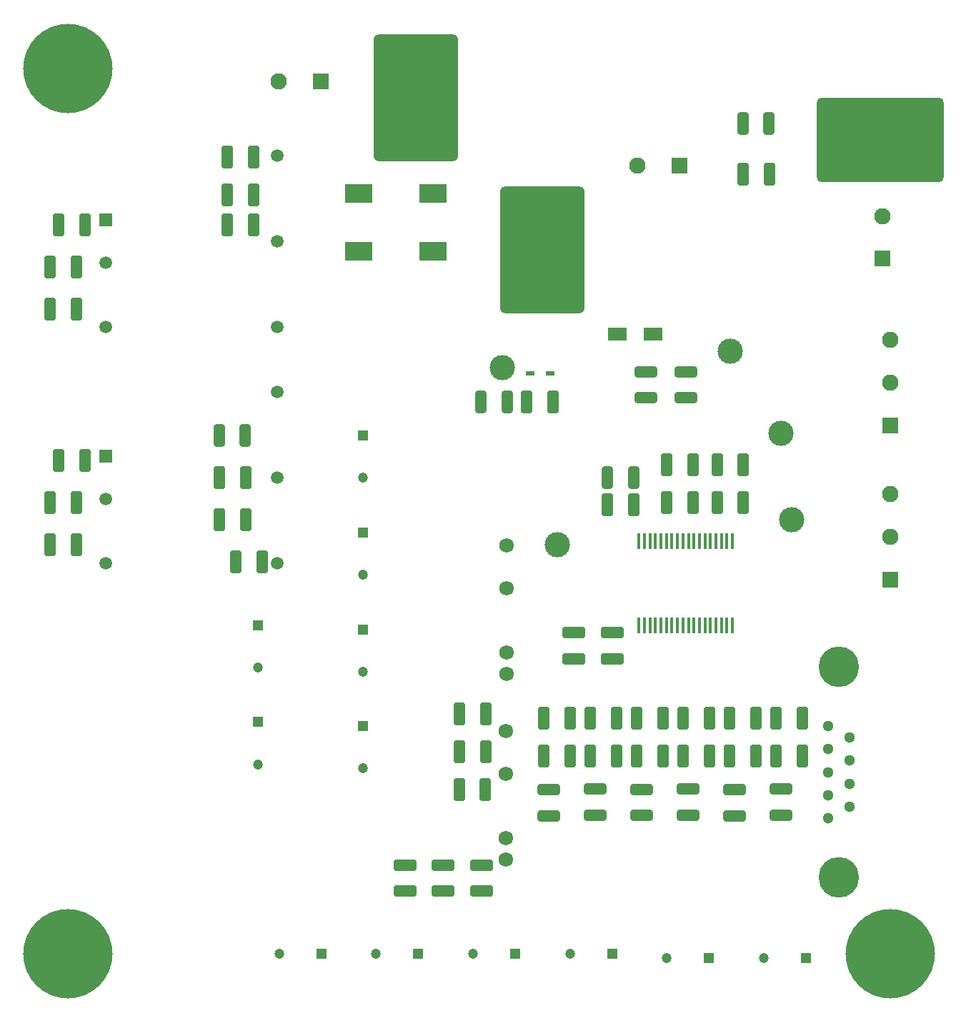
<source format=gbr>
%TF.GenerationSoftware,KiCad,Pcbnew,9.0.0*%
%TF.CreationDate,2025-04-28T14:21:01-07:00*%
%TF.ProjectId,GateDriver,47617465-4472-4697-9665-722e6b696361,rev?*%
%TF.SameCoordinates,Original*%
%TF.FileFunction,Soldermask,Top*%
%TF.FilePolarity,Negative*%
%FSLAX46Y46*%
G04 Gerber Fmt 4.6, Leading zero omitted, Abs format (unit mm)*
G04 Created by KiCad (PCBNEW 9.0.0) date 2025-04-28 14:21:01*
%MOMM*%
%LPD*%
G01*
G04 APERTURE LIST*
G04 Aperture macros list*
%AMRoundRect*
0 Rectangle with rounded corners*
0 $1 Rounding radius*
0 $2 $3 $4 $5 $6 $7 $8 $9 X,Y pos of 4 corners*
0 Add a 4 corners polygon primitive as box body*
4,1,4,$2,$3,$4,$5,$6,$7,$8,$9,$2,$3,0*
0 Add four circle primitives for the rounded corners*
1,1,$1+$1,$2,$3*
1,1,$1+$1,$4,$5*
1,1,$1+$1,$6,$7*
1,1,$1+$1,$8,$9*
0 Add four rect primitives between the rounded corners*
20,1,$1+$1,$2,$3,$4,$5,0*
20,1,$1+$1,$4,$5,$6,$7,0*
20,1,$1+$1,$6,$7,$8,$9,0*
20,1,$1+$1,$8,$9,$2,$3,0*%
G04 Aperture macros list end*
%ADD10RoundRect,0.250000X0.412500X1.100000X-0.412500X1.100000X-0.412500X-1.100000X0.412500X-1.100000X0*%
%ADD11C,10.600000*%
%ADD12RoundRect,0.500000X4.500000X7.000000X-4.500000X7.000000X-4.500000X-7.000000X4.500000X-7.000000X0*%
%ADD13RoundRect,0.500000X7.000000X-4.500000X7.000000X4.500000X-7.000000X4.500000X-7.000000X-4.500000X0*%
%ADD14RoundRect,0.250000X1.100000X-0.412500X1.100000X0.412500X-1.100000X0.412500X-1.100000X-0.412500X0*%
%ADD15RoundRect,0.250000X-0.412500X-1.100000X0.412500X-1.100000X0.412500X1.100000X-0.412500X1.100000X0*%
%ADD16R,1.950000X1.950000*%
%ADD17C,1.950000*%
%ADD18RoundRect,0.250000X0.400000X1.075000X-0.400000X1.075000X-0.400000X-1.075000X0.400000X-1.075000X0*%
%ADD19RoundRect,0.250000X1.075000X-0.400000X1.075000X0.400000X-1.075000X0.400000X-1.075000X-0.400000X0*%
%ADD20R,2.300000X1.550000*%
%ADD21RoundRect,0.250000X-1.100000X0.412500X-1.100000X-0.412500X1.100000X-0.412500X1.100000X0.412500X0*%
%ADD22R,3.200000X2.250000*%
%ADD23RoundRect,0.250000X-1.075000X0.400000X-1.075000X-0.400000X1.075000X-0.400000X1.075000X0.400000X0*%
%ADD24C,3.000000*%
%ADD25R,0.449999X1.849999*%
%ADD26R,1.075000X0.500000*%
%ADD27R,1.200000X1.200000*%
%ADD28C,1.200000*%
%ADD29C,1.725000*%
%ADD30C,1.300000*%
%ADD31C,4.800000*%
%ADD32R,1.500000X1.500000*%
%ADD33C,1.500000*%
G04 APERTURE END LIST*
D10*
%TO.C,C66*%
X164062500Y-124500000D03*
X160937500Y-124500000D03*
%TD*%
D11*
%TO.C,H4*%
X82500000Y-152500000D03*
%TD*%
D12*
%TO.C,Q1*%
X123750000Y-51000000D03*
X138750000Y-69000000D03*
D13*
X178750000Y-56000000D03*
%TD*%
D14*
%TO.C,C29*%
X127000000Y-145062500D03*
X127000000Y-141937500D03*
%TD*%
D11*
%TO.C,H6*%
X82500000Y-47500000D03*
%TD*%
D10*
%TO.C,C67*%
X158562500Y-124500000D03*
X155437500Y-124500000D03*
%TD*%
%TO.C,C31*%
X132062500Y-124000000D03*
X128937500Y-124000000D03*
%TD*%
D15*
%TO.C,C35*%
X80437500Y-71000000D03*
X83562500Y-71000000D03*
%TD*%
D16*
%TO.C,J1*%
X180000000Y-108080000D03*
D17*
X180000000Y-103000000D03*
X180000000Y-97920000D03*
%TD*%
D16*
%TO.C,J5*%
X179000000Y-70000000D03*
D17*
X179000000Y-65000000D03*
%TD*%
D18*
%TO.C,R45*%
X149550000Y-96000000D03*
X146450000Y-96000000D03*
%TD*%
D16*
%TO.C,J6*%
X155000000Y-59000000D03*
D17*
X150000000Y-59000000D03*
%TD*%
D19*
%TO.C,R30*%
X167000000Y-136050000D03*
X167000000Y-132950000D03*
%TD*%
D11*
%TO.C,H5*%
X180000000Y-152500000D03*
%TD*%
D15*
%TO.C,C34*%
X80437500Y-76000000D03*
X83562500Y-76000000D03*
%TD*%
D10*
%TO.C,C68*%
X153062500Y-124500000D03*
X149937500Y-124500000D03*
%TD*%
D15*
%TO.C,C45*%
X101437500Y-58000000D03*
X104562500Y-58000000D03*
%TD*%
D10*
%TO.C,C52*%
X105562500Y-106000000D03*
X102437500Y-106000000D03*
%TD*%
D18*
%TO.C,R44*%
X165600000Y-54000000D03*
X162500000Y-54000000D03*
%TD*%
D10*
%TO.C,C65*%
X169562500Y-124500000D03*
X166437500Y-124500000D03*
%TD*%
D15*
%TO.C,C44*%
X101437500Y-62500000D03*
X104562500Y-62500000D03*
%TD*%
D19*
%TO.C,R28*%
X156000000Y-136050000D03*
X156000000Y-132950000D03*
%TD*%
D10*
%TO.C,C53*%
X103562500Y-101000000D03*
X100437500Y-101000000D03*
%TD*%
D20*
%TO.C,D13*%
X151900000Y-79000000D03*
X147600000Y-79000000D03*
%TD*%
D15*
%TO.C,C85*%
X146437500Y-99250000D03*
X149562500Y-99250000D03*
%TD*%
D19*
%TO.C,R27*%
X150500000Y-136062500D03*
X150500000Y-132962500D03*
%TD*%
D21*
%TO.C,C20*%
X142500000Y-114375000D03*
X142500000Y-117500000D03*
%TD*%
D22*
%TO.C,D1*%
X117000000Y-62300000D03*
X117000000Y-69200000D03*
%TD*%
D10*
%TO.C,C32*%
X132000000Y-133000000D03*
X128875000Y-133000000D03*
%TD*%
%TO.C,C69*%
X147562500Y-124500000D03*
X144437500Y-124500000D03*
%TD*%
D14*
%TO.C,C28*%
X122500000Y-145062500D03*
X122500000Y-141937500D03*
%TD*%
D23*
%TO.C,R47*%
X151000000Y-83450000D03*
X151000000Y-86550000D03*
%TD*%
D15*
%TO.C,C83*%
X162500000Y-60000000D03*
X165625000Y-60000000D03*
%TD*%
%TO.C,C43*%
X101437500Y-66000000D03*
X104562500Y-66000000D03*
%TD*%
%TO.C,C36*%
X81437500Y-66000000D03*
X84562500Y-66000000D03*
%TD*%
D10*
%TO.C,C76*%
X142062500Y-129000000D03*
X138937500Y-129000000D03*
%TD*%
D24*
%TO.C,TP5*%
X167000000Y-90750000D03*
%TD*%
D15*
%TO.C,C51*%
X81437500Y-94000000D03*
X84562500Y-94000000D03*
%TD*%
D21*
%TO.C,C64*%
X147000000Y-114375000D03*
X147000000Y-117500000D03*
%TD*%
D15*
%TO.C,C80*%
X153437500Y-99000000D03*
X156562500Y-99000000D03*
%TD*%
D18*
%TO.C,R46*%
X134550000Y-87000000D03*
X131450000Y-87000000D03*
%TD*%
D10*
%TO.C,C71*%
X169562500Y-129000000D03*
X166437500Y-129000000D03*
%TD*%
%TO.C,C70*%
X142062500Y-124500000D03*
X138937500Y-124500000D03*
%TD*%
D22*
%TO.C,D2*%
X125750000Y-62300000D03*
X125750000Y-69200000D03*
%TD*%
D24*
%TO.C,TP7*%
X161000000Y-81000000D03*
%TD*%
D19*
%TO.C,R25*%
X139500000Y-136112500D03*
X139500000Y-133012500D03*
%TD*%
D14*
%TO.C,C30*%
X131500000Y-145062500D03*
X131500000Y-141937500D03*
%TD*%
D15*
%TO.C,C49*%
X80437500Y-104000000D03*
X83562500Y-104000000D03*
%TD*%
D19*
%TO.C,R29*%
X161500000Y-136112500D03*
X161500000Y-133012500D03*
%TD*%
D10*
%TO.C,C75*%
X147562500Y-129000000D03*
X144437500Y-129000000D03*
%TD*%
D15*
%TO.C,C59*%
X159437500Y-99000000D03*
X162562500Y-99000000D03*
%TD*%
D10*
%TO.C,C73*%
X158562500Y-129000000D03*
X155437500Y-129000000D03*
%TD*%
%TO.C,C72*%
X164062500Y-129000000D03*
X160937500Y-129000000D03*
%TD*%
D25*
%TO.C,U1*%
X150200001Y-113500000D03*
X150850002Y-113500000D03*
X151500001Y-113500000D03*
X152150002Y-113500000D03*
X152800001Y-113500000D03*
X153450002Y-113500000D03*
X154100000Y-113500000D03*
X154750002Y-113500000D03*
X155400000Y-113500000D03*
X156050002Y-113500000D03*
X156700000Y-113500000D03*
X157350002Y-113500000D03*
X158000000Y-113500000D03*
X158650001Y-113500000D03*
X159300000Y-113500000D03*
X159950001Y-113500000D03*
X160600000Y-113500000D03*
X161250001Y-113500000D03*
X161250001Y-103550002D03*
X160600000Y-103550002D03*
X159950001Y-103550002D03*
X159300000Y-103550002D03*
X158650001Y-103550002D03*
X158000000Y-103550002D03*
X157350002Y-103550002D03*
X156700000Y-103550002D03*
X156050002Y-103550002D03*
X155400000Y-103550002D03*
X154750002Y-103550002D03*
X154100000Y-103550002D03*
X153450002Y-103550002D03*
X152800001Y-103550002D03*
X152150002Y-103550002D03*
X151500001Y-103550002D03*
X150850002Y-103550002D03*
X150200001Y-103550002D03*
%TD*%
D26*
%TO.C,D9*%
X137338000Y-83625000D03*
X139662000Y-83625000D03*
%TD*%
D24*
%TO.C,TP8*%
X134000000Y-83000000D03*
%TD*%
%TO.C,TP6*%
X168250000Y-101000000D03*
%TD*%
%TO.C,TP3*%
X140500000Y-104000000D03*
%TD*%
D15*
%TO.C,C50*%
X80437500Y-99000000D03*
X83562500Y-99000000D03*
%TD*%
D10*
%TO.C,C33*%
X132062500Y-128500000D03*
X128937500Y-128500000D03*
%TD*%
D16*
%TO.C,J3*%
X180000000Y-89830000D03*
D17*
X180000000Y-84750000D03*
X180000000Y-79670000D03*
%TD*%
D10*
%TO.C,C81*%
X140037500Y-87000000D03*
X136912500Y-87000000D03*
%TD*%
D18*
%TO.C,R24*%
X103550000Y-91000000D03*
X100450000Y-91000000D03*
%TD*%
D15*
%TO.C,C79*%
X153437500Y-94500000D03*
X156562500Y-94500000D03*
%TD*%
D23*
%TO.C,R48*%
X155750000Y-83450000D03*
X155750000Y-86550000D03*
%TD*%
D19*
%TO.C,R26*%
X145000000Y-136050000D03*
X145000000Y-132950000D03*
%TD*%
D10*
%TO.C,C74*%
X153062500Y-129000000D03*
X149937500Y-129000000D03*
%TD*%
D15*
%TO.C,C60*%
X159437500Y-94500000D03*
X162562500Y-94500000D03*
%TD*%
D16*
%TO.C,J7*%
X112500000Y-49000000D03*
D17*
X107500000Y-49000000D03*
%TD*%
D10*
%TO.C,C54*%
X103562500Y-96000000D03*
X100437500Y-96000000D03*
%TD*%
D27*
%TO.C,C39*%
X158500000Y-153000000D03*
D28*
X153500000Y-153000000D03*
%TD*%
D27*
%TO.C,C56*%
X105000000Y-113500000D03*
D28*
X105000000Y-118500000D03*
%TD*%
D27*
%TO.C,C42*%
X117500000Y-91000000D03*
D28*
X117500000Y-96000000D03*
%TD*%
D29*
%TO.C,PS4*%
X134500000Y-119325000D03*
X134500000Y-116785000D03*
X134500000Y-109165000D03*
X134500000Y-104085000D03*
%TD*%
D27*
%TO.C,C38*%
X170000000Y-153000000D03*
D28*
X165000000Y-153000000D03*
%TD*%
D27*
%TO.C,C41*%
X117500000Y-114000000D03*
D28*
X117500000Y-119000000D03*
%TD*%
D30*
%TO.C,J4*%
X172559610Y-136418500D03*
X172559610Y-133678500D03*
X172559610Y-130938500D03*
X172559610Y-128198500D03*
X172559610Y-125458500D03*
X175099610Y-135048500D03*
X175099610Y-132308500D03*
X175099610Y-129568500D03*
X175099610Y-126828500D03*
D31*
X173829610Y-143438500D03*
X173829610Y-118438500D03*
%TD*%
D27*
%TO.C,C55*%
X117500000Y-125500000D03*
D28*
X117500000Y-130500000D03*
%TD*%
D27*
%TO.C,C37*%
X147000000Y-152500000D03*
D28*
X142000000Y-152500000D03*
%TD*%
D27*
%TO.C,C47*%
X124000000Y-152500000D03*
D28*
X119000000Y-152500000D03*
%TD*%
D27*
%TO.C,C48*%
X135500000Y-152500000D03*
D28*
X130500000Y-152500000D03*
%TD*%
D32*
%TO.C,PS2*%
X87000000Y-65460000D03*
D33*
X87000000Y-70540000D03*
X87000000Y-78160000D03*
X107320000Y-78160000D03*
X107320000Y-68000000D03*
X107320000Y-57840000D03*
%TD*%
D27*
%TO.C,C46*%
X112600000Y-152500000D03*
D28*
X107600000Y-152500000D03*
%TD*%
D27*
%TO.C,C57*%
X105000000Y-125000000D03*
D28*
X105000000Y-130000000D03*
%TD*%
D29*
%TO.C,PS1*%
X134415000Y-141325000D03*
X134415000Y-138785000D03*
X134415000Y-131165000D03*
X134415000Y-126085000D03*
%TD*%
D27*
%TO.C,C40*%
X117500000Y-102500000D03*
D28*
X117500000Y-107500000D03*
%TD*%
D32*
%TO.C,PS3*%
X87000000Y-93460000D03*
D33*
X87000000Y-98540000D03*
X87000000Y-106160000D03*
X107320000Y-106160000D03*
X107320000Y-96000000D03*
X107320000Y-85840000D03*
%TD*%
M02*

</source>
